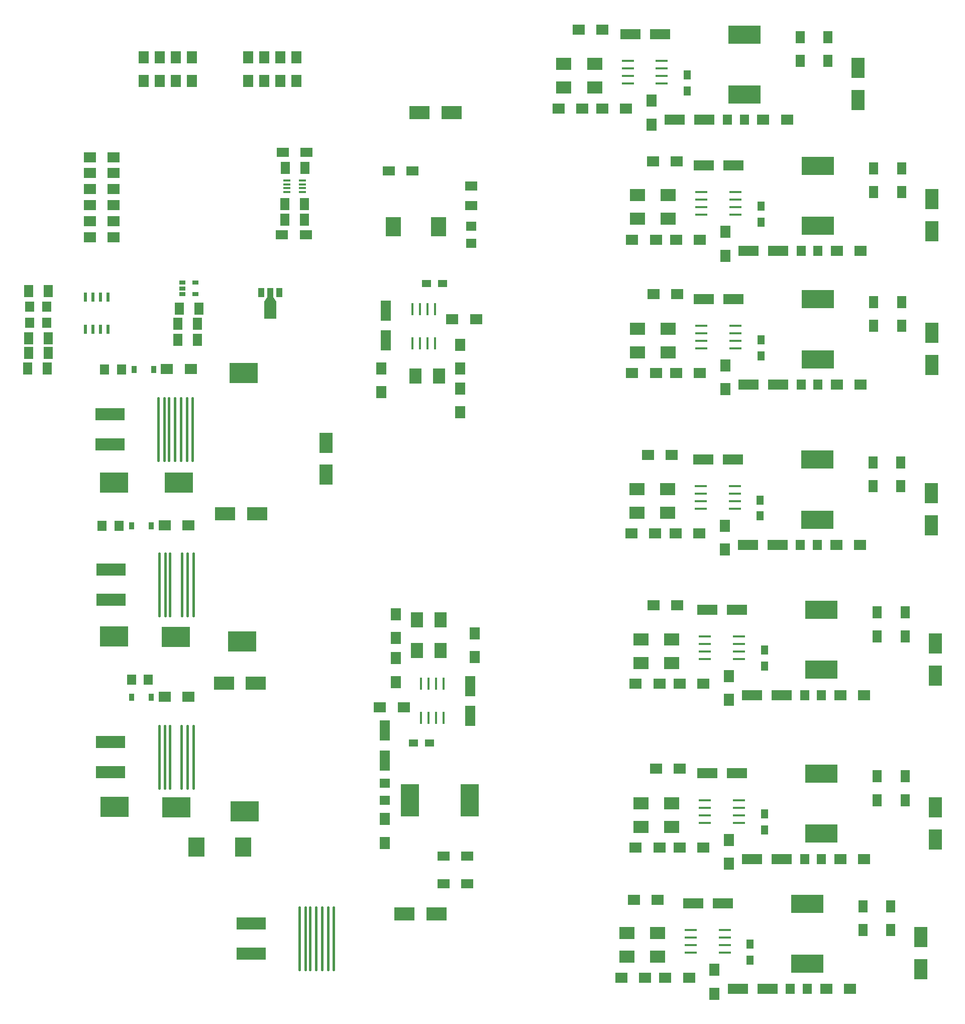
<source format=gbr>
G04 #@! TF.FileFunction,Paste,Top*
%FSLAX46Y46*%
G04 Gerber Fmt 4.6, Leading zero omitted, Abs format (unit mm)*
G04 Created by KiCad (PCBNEW 4.0.4-stable) date Friday, December 09, 2016 'PMt' 01:21:17 PM*
%MOMM*%
%LPD*%
G01*
G04 APERTURE LIST*
%ADD10C,0.100000*%
%ADD11C,0.450000*%
%ADD12R,0.600000X1.550000*%
%ADD13R,1.060000X0.650000*%
%ADD14R,4.700000X3.430000*%
%ADD15R,3.500120X2.301240*%
%ADD16R,1.597660X1.800860*%
%ADD17R,2.000000X1.700000*%
%ADD18R,2.301240X3.500120*%
%ADD19R,2.000000X1.600000*%
%ADD20R,1.800860X1.597660*%
%ADD21R,1.500000X1.300000*%
%ADD22R,1.800860X3.500120*%
%ADD23R,1.700000X2.000000*%
%ADD24R,2.000000X2.500000*%
%ADD25R,3.100000X5.400000*%
%ADD26R,2.500000X2.000000*%
%ADD27R,3.500120X1.800860*%
%ADD28R,1.300000X1.500000*%
%ADD29R,5.400000X3.100000*%
%ADD30R,1.600000X2.000000*%
%ADD31R,1.524000X2.032000*%
%ADD32R,1.000760X1.501140*%
%ADD33R,1.998980X2.999740*%
%ADD34R,1.220000X0.400000*%
%ADD35R,2.500000X3.200000*%
%ADD36R,5.000000X2.032000*%
%ADD37R,0.910000X1.220000*%
%ADD38R,2.032000X1.524000*%
%ADD39R,2.150000X0.450000*%
%ADD40R,0.450000X2.150000*%
%ADD41R,2.700000X3.200000*%
G04 APERTURE END LIST*
D10*
D11*
X27840000Y-123910000D02*
X27840000Y-134410000D01*
X28840000Y-123910000D02*
X28840000Y-134410000D01*
X29840000Y-123910000D02*
X29840000Y-134410000D01*
X25070000Y-123910000D02*
X25070000Y-134410000D01*
X24070000Y-123910000D02*
X24070000Y-134410000D01*
X25850000Y-123910000D02*
X25850000Y-134410000D01*
X27880000Y-94880000D02*
X27880000Y-105380000D01*
X28880000Y-94880000D02*
X28880000Y-105380000D01*
X29880000Y-94880000D02*
X29880000Y-105380000D01*
X25110000Y-94880000D02*
X25110000Y-105380000D01*
X24110000Y-94880000D02*
X24110000Y-105380000D01*
X25890000Y-94880000D02*
X25890000Y-105380000D01*
X27720000Y-68720000D02*
X27720000Y-79220000D01*
X28720000Y-68720000D02*
X28720000Y-79220000D01*
X29720000Y-68720000D02*
X29720000Y-79220000D01*
X24950000Y-68720000D02*
X24950000Y-79220000D01*
X23950000Y-68720000D02*
X23950000Y-79220000D01*
X25730000Y-68720000D02*
X25730000Y-79220000D01*
X26730000Y-68720000D02*
X26730000Y-79220000D01*
X51514000Y-154500000D02*
X51514000Y-165000000D01*
X52514000Y-154500000D02*
X52514000Y-165000000D01*
X53514000Y-154500000D02*
X53514000Y-165000000D01*
X48744000Y-154500000D02*
X48744000Y-165000000D01*
X47744000Y-154500000D02*
X47744000Y-165000000D01*
X49524000Y-154500000D02*
X49524000Y-165000000D01*
X50524000Y-154500000D02*
X50524000Y-165000000D01*
D12*
X15505000Y-51700000D03*
X14235000Y-51700000D03*
X12965000Y-51700000D03*
X11695000Y-51700000D03*
X11695000Y-57100000D03*
X12965000Y-57100000D03*
X14235000Y-57100000D03*
X15505000Y-57100000D03*
D13*
X28000000Y-49250000D03*
X28000000Y-50200000D03*
X28000000Y-51150000D03*
X30200000Y-51150000D03*
X30200000Y-49250000D03*
D14*
X16600000Y-137500000D03*
X27000000Y-137600000D03*
X38500000Y-138300000D03*
D15*
X40400040Y-116700000D03*
X35000000Y-116700000D03*
D16*
X19420140Y-116100000D03*
X22259860Y-116100000D03*
D17*
X29000000Y-119000000D03*
X25000000Y-119000000D03*
D16*
X17719860Y-63900000D03*
X14880140Y-63900000D03*
D17*
X29400000Y-63800000D03*
X25400000Y-63800000D03*
D14*
X38100000Y-109700000D03*
D17*
X29000000Y-90100000D03*
X25000000Y-90100000D03*
D15*
X40600040Y-88200000D03*
X35200000Y-88200000D03*
D14*
X26900000Y-108900000D03*
X16500000Y-108800000D03*
D16*
X17319860Y-90200000D03*
X14480140Y-90200000D03*
D18*
X52200000Y-81600040D03*
X52200000Y-76200000D03*
D14*
X38300000Y-64500000D03*
X27400000Y-82900000D03*
X16500000Y-82900000D03*
D19*
X66800000Y-30400000D03*
X62800000Y-30400000D03*
D20*
X76700000Y-39780140D03*
X76700000Y-42619860D03*
D21*
X71850000Y-49400000D03*
X69150000Y-49400000D03*
D17*
X73500000Y-55400000D03*
X77500000Y-55400000D03*
D22*
X62300000Y-54000640D03*
X62300000Y-58999360D03*
D23*
X74800000Y-59700000D03*
X74800000Y-63700000D03*
D24*
X67300000Y-65000000D03*
X71300000Y-65000000D03*
D23*
X61500000Y-67700000D03*
X61500000Y-63700000D03*
X74800000Y-67100000D03*
X74800000Y-71100000D03*
D15*
X67999980Y-20600000D03*
X73400020Y-20600000D03*
X70800020Y-155600000D03*
X65399980Y-155600000D03*
D19*
X72000000Y-150500000D03*
X76000000Y-150500000D03*
D23*
X77300000Y-108300000D03*
X77300000Y-112300000D03*
D24*
X71500000Y-106000000D03*
X67500000Y-106000000D03*
X71500000Y-111200000D03*
X67500000Y-111200000D03*
D23*
X64000000Y-116500000D03*
X64000000Y-112500000D03*
X64000000Y-109100000D03*
X64000000Y-105100000D03*
D22*
X76500000Y-122199360D03*
X76500000Y-117200640D03*
D17*
X65300000Y-120800000D03*
X61300000Y-120800000D03*
D21*
X66950000Y-126800000D03*
X69650000Y-126800000D03*
D22*
X62100000Y-129699360D03*
X62100000Y-124700640D03*
D19*
X72000000Y-145800000D03*
X76000000Y-145800000D03*
D25*
X76450000Y-136400000D03*
X66350000Y-136400000D03*
D20*
X62100000Y-136419860D03*
X62100000Y-133580140D03*
D23*
X62100000Y-143600000D03*
X62100000Y-139600000D03*
D17*
X113400000Y-166300000D03*
X109400000Y-166300000D03*
D26*
X108100000Y-158800000D03*
X108100000Y-162800000D03*
X102900000Y-158800000D03*
X102900000Y-162800000D03*
D17*
X106000000Y-166300000D03*
X102000000Y-166300000D03*
D27*
X126599360Y-168200000D03*
X121600640Y-168200000D03*
D23*
X117700000Y-165000000D03*
X117700000Y-169000000D03*
D28*
X123700000Y-163350000D03*
X123700000Y-160650000D03*
D27*
X119099360Y-153800000D03*
X114100640Y-153800000D03*
D17*
X104100000Y-153200000D03*
X108100000Y-153200000D03*
X140500000Y-168200000D03*
X136500000Y-168200000D03*
D18*
X152500000Y-159499980D03*
X152500000Y-164900020D03*
D29*
X133300000Y-153850000D03*
X133300000Y-163950000D03*
D16*
X133319860Y-168200000D03*
X130480140Y-168200000D03*
D30*
X142700000Y-158300000D03*
X142700000Y-154300000D03*
X147400000Y-158300000D03*
X147400000Y-154300000D03*
D26*
X105300000Y-136900000D03*
X105300000Y-140900000D03*
D17*
X115800000Y-144400000D03*
X111800000Y-144400000D03*
D27*
X121499360Y-131900000D03*
X116500640Y-131900000D03*
D23*
X120100000Y-143100000D03*
X120100000Y-147100000D03*
D17*
X108400000Y-144400000D03*
X104400000Y-144400000D03*
D26*
X110500000Y-136900000D03*
X110500000Y-140900000D03*
D17*
X107800000Y-131100000D03*
X111800000Y-131100000D03*
D27*
X128999360Y-146300000D03*
X124000640Y-146300000D03*
D28*
X126100000Y-141450000D03*
X126100000Y-138750000D03*
D16*
X135719860Y-146300000D03*
X132880140Y-146300000D03*
D17*
X142900000Y-146300000D03*
X138900000Y-146300000D03*
D29*
X135700000Y-131950000D03*
X135700000Y-142050000D03*
D18*
X154900000Y-137599980D03*
X154900000Y-143000020D03*
D30*
X145100000Y-136400000D03*
X145100000Y-132400000D03*
X149800000Y-136400000D03*
X149800000Y-132400000D03*
X149800000Y-108800000D03*
X149800000Y-104800000D03*
X145100000Y-108800000D03*
X145100000Y-104800000D03*
D18*
X154900000Y-109999980D03*
X154900000Y-115400020D03*
D17*
X142900000Y-118700000D03*
X138900000Y-118700000D03*
D16*
X135719860Y-118700000D03*
X132880140Y-118700000D03*
D28*
X126100000Y-113850000D03*
X126100000Y-111150000D03*
D29*
X135700000Y-104350000D03*
X135700000Y-114450000D03*
D27*
X128999360Y-118700000D03*
X124000640Y-118700000D03*
D26*
X110500000Y-109300000D03*
X110500000Y-113300000D03*
D17*
X108400000Y-116800000D03*
X104400000Y-116800000D03*
D23*
X120100000Y-115500000D03*
X120100000Y-119500000D03*
D27*
X121499360Y-104300000D03*
X116500640Y-104300000D03*
D17*
X115800000Y-116800000D03*
X111800000Y-116800000D03*
X107400000Y-103600000D03*
X111400000Y-103600000D03*
D26*
X105300000Y-109300000D03*
X105300000Y-113300000D03*
D30*
X149100000Y-83500000D03*
X149100000Y-79500000D03*
X144400000Y-83500000D03*
X144400000Y-79500000D03*
D17*
X142200000Y-93400000D03*
X138200000Y-93400000D03*
D27*
X128299360Y-93400000D03*
X123300640Y-93400000D03*
D28*
X125400000Y-88550000D03*
X125400000Y-85850000D03*
D16*
X135019860Y-93400000D03*
X132180140Y-93400000D03*
D29*
X135000000Y-79050000D03*
X135000000Y-89150000D03*
D26*
X109800000Y-84000000D03*
X109800000Y-88000000D03*
D23*
X119400000Y-90200000D03*
X119400000Y-94200000D03*
D27*
X120799360Y-79000000D03*
X115800640Y-79000000D03*
D17*
X106500000Y-78300000D03*
X110500000Y-78300000D03*
X115100000Y-91500000D03*
X111100000Y-91500000D03*
D18*
X154200000Y-84699980D03*
X154200000Y-90100020D03*
D17*
X107700000Y-91500000D03*
X103700000Y-91500000D03*
D26*
X104600000Y-84000000D03*
X104600000Y-88000000D03*
D17*
X142300000Y-66400000D03*
X138300000Y-66400000D03*
D30*
X149200000Y-56500000D03*
X149200000Y-52500000D03*
D18*
X154300000Y-57699980D03*
X154300000Y-63100020D03*
D30*
X144500000Y-56500000D03*
X144500000Y-52500000D03*
D28*
X125500000Y-61550000D03*
X125500000Y-58850000D03*
D29*
X135100000Y-52050000D03*
X135100000Y-62150000D03*
D27*
X128399360Y-66400000D03*
X123400640Y-66400000D03*
X120899360Y-52000000D03*
X115900640Y-52000000D03*
D23*
X119500000Y-63200000D03*
X119500000Y-67200000D03*
D16*
X135119860Y-66400000D03*
X132280140Y-66400000D03*
D17*
X107400000Y-51200000D03*
X111400000Y-51200000D03*
X115200000Y-64500000D03*
X111200000Y-64500000D03*
D26*
X104700000Y-57000000D03*
X104700000Y-61000000D03*
D17*
X107800000Y-64500000D03*
X103800000Y-64500000D03*
D26*
X109900000Y-57000000D03*
X109900000Y-61000000D03*
D17*
X107800000Y-42000000D03*
X103800000Y-42000000D03*
D26*
X104700000Y-34500000D03*
X104700000Y-38500000D03*
D17*
X115200000Y-42000000D03*
X111200000Y-42000000D03*
D26*
X109900000Y-34500000D03*
X109900000Y-38500000D03*
D17*
X107300000Y-28800000D03*
X111300000Y-28800000D03*
D18*
X154300000Y-35199980D03*
X154300000Y-40600020D03*
D30*
X149200000Y-34000000D03*
X149200000Y-30000000D03*
X144500000Y-34000000D03*
X144500000Y-30000000D03*
D17*
X142300000Y-43900000D03*
X138300000Y-43900000D03*
D29*
X135100000Y-29550000D03*
X135100000Y-39650000D03*
D16*
X135119860Y-43900000D03*
X132280140Y-43900000D03*
D23*
X119500000Y-40700000D03*
X119500000Y-44700000D03*
D27*
X120899360Y-29500000D03*
X115900640Y-29500000D03*
X128399360Y-43900000D03*
X123400640Y-43900000D03*
D28*
X125500000Y-39050000D03*
X125500000Y-36350000D03*
D23*
X107100000Y-18600000D03*
X107100000Y-22600000D03*
D27*
X115999360Y-21800000D03*
X111000640Y-21800000D03*
X108499360Y-7400000D03*
X103500640Y-7400000D03*
D29*
X122700000Y-7450000D03*
X122700000Y-17550000D03*
D16*
X122719860Y-21800000D03*
X119880140Y-21800000D03*
D28*
X113100000Y-16950000D03*
X113100000Y-14250000D03*
D17*
X129900000Y-21800000D03*
X125900000Y-21800000D03*
D30*
X132100000Y-11900000D03*
X132100000Y-7900000D03*
D18*
X141900000Y-13099980D03*
X141900000Y-18500020D03*
D30*
X136800000Y-11900000D03*
X136800000Y-7900000D03*
D17*
X94800000Y-6600000D03*
X98800000Y-6600000D03*
X102800000Y-19900000D03*
X98800000Y-19900000D03*
D26*
X97500000Y-12400000D03*
X97500000Y-16400000D03*
X92300000Y-12400000D03*
X92300000Y-16400000D03*
D17*
X95400000Y-19900000D03*
X91400000Y-19900000D03*
D31*
X45349000Y-29900000D03*
X48651000Y-29900000D03*
D16*
X5119860Y-56000000D03*
X2280140Y-56000000D03*
X5100000Y-53300000D03*
X2260280Y-53300000D03*
D23*
X47200000Y-15300000D03*
X47200000Y-11300000D03*
X44500000Y-15300000D03*
X44500000Y-11300000D03*
X41800000Y-15300000D03*
X41800000Y-11300000D03*
X39100000Y-15300000D03*
X39100000Y-11300000D03*
D17*
X16400000Y-28100000D03*
X12400000Y-28100000D03*
X16400000Y-33500000D03*
X12400000Y-33500000D03*
X16400000Y-36200000D03*
X12400000Y-36200000D03*
X16400000Y-38900000D03*
X12400000Y-38900000D03*
X16400000Y-41600000D03*
X12400000Y-41600000D03*
D23*
X29600000Y-15300000D03*
X29600000Y-11300000D03*
X26900000Y-15300000D03*
X26900000Y-11300000D03*
X24200000Y-15300000D03*
X24200000Y-11300000D03*
X21500000Y-15300000D03*
X21500000Y-11300000D03*
D31*
X30551000Y-56200000D03*
X27249000Y-56200000D03*
X27449000Y-53600000D03*
X30751000Y-53600000D03*
X45298000Y-38600000D03*
X48600000Y-38600000D03*
X30551000Y-58900000D03*
X27249000Y-58900000D03*
X2100000Y-58600000D03*
X5402000Y-58600000D03*
D32*
X44301140Y-50948340D03*
X42800000Y-50948340D03*
X41298860Y-50948340D03*
D33*
X42800000Y-53899820D03*
D10*
G36*
X41799240Y-52425350D02*
X42299620Y-51676050D01*
X43300380Y-51676050D01*
X43800760Y-52425350D01*
X41799240Y-52425350D01*
X41799240Y-52425350D01*
G37*
D19*
X44800000Y-41200000D03*
X48800000Y-41200000D03*
X48900000Y-27300000D03*
X44900000Y-27300000D03*
D31*
X45298000Y-36000000D03*
X48600000Y-36000000D03*
D34*
X45590000Y-33325000D03*
X45590000Y-32675000D03*
X45590000Y-32025000D03*
X45590000Y-33975000D03*
X48210000Y-32025000D03*
X48210000Y-32675000D03*
X48210000Y-33325000D03*
X48210000Y-33975000D03*
D31*
X2100000Y-61100000D03*
X5402000Y-61100000D03*
X5202000Y-63700000D03*
X1900000Y-63700000D03*
X2098000Y-50700000D03*
X5400000Y-50700000D03*
D17*
X16400000Y-30800000D03*
X12400000Y-30800000D03*
D35*
X63600000Y-39800000D03*
X71200000Y-39800000D03*
D36*
X15925000Y-126620000D03*
X15925000Y-131700000D03*
X15965000Y-97590000D03*
X15965000Y-102670000D03*
D37*
X22735000Y-119100000D03*
X19465000Y-119100000D03*
D36*
X15805000Y-71430000D03*
X15805000Y-76510000D03*
D37*
X23135000Y-63900000D03*
X19865000Y-63900000D03*
X22735000Y-90200000D03*
X19465000Y-90200000D03*
D38*
X76700000Y-32949000D03*
X76700000Y-36251000D03*
D39*
X103062500Y-11895000D03*
X103062500Y-13165000D03*
X103062500Y-14435000D03*
X103062500Y-15705000D03*
X108812500Y-15705000D03*
X108812500Y-14435000D03*
X108812500Y-13165000D03*
X108812500Y-11895000D03*
D40*
X66795000Y-59437500D03*
X68065000Y-59437500D03*
X69335000Y-59437500D03*
X70605000Y-59437500D03*
X70605000Y-53687500D03*
X69335000Y-53687500D03*
X68065000Y-53687500D03*
X66795000Y-53687500D03*
D39*
X115462500Y-33995000D03*
X115462500Y-35265000D03*
X115462500Y-36535000D03*
X115462500Y-37805000D03*
X121212500Y-37805000D03*
X121212500Y-36535000D03*
X121212500Y-35265000D03*
X121212500Y-33995000D03*
X115462500Y-56495000D03*
X115462500Y-57765000D03*
X115462500Y-59035000D03*
X115462500Y-60305000D03*
X121212500Y-60305000D03*
X121212500Y-59035000D03*
X121212500Y-57765000D03*
X121212500Y-56495000D03*
X115362500Y-83495000D03*
X115362500Y-84765000D03*
X115362500Y-86035000D03*
X115362500Y-87305000D03*
X121112500Y-87305000D03*
X121112500Y-86035000D03*
X121112500Y-84765000D03*
X121112500Y-83495000D03*
X116062500Y-108795000D03*
X116062500Y-110065000D03*
X116062500Y-111335000D03*
X116062500Y-112605000D03*
X121812500Y-112605000D03*
X121812500Y-111335000D03*
X121812500Y-110065000D03*
X121812500Y-108795000D03*
X116062500Y-136395000D03*
X116062500Y-137665000D03*
X116062500Y-138935000D03*
X116062500Y-140205000D03*
X121812500Y-140205000D03*
X121812500Y-138935000D03*
X121812500Y-137665000D03*
X121812500Y-136395000D03*
X113662500Y-158295000D03*
X113662500Y-159565000D03*
X113662500Y-160835000D03*
X113662500Y-162105000D03*
X119412500Y-162105000D03*
X119412500Y-160835000D03*
X119412500Y-159565000D03*
X119412500Y-158295000D03*
D40*
X72005000Y-116762500D03*
X70735000Y-116762500D03*
X69465000Y-116762500D03*
X68195000Y-116762500D03*
X68195000Y-122512500D03*
X69465000Y-122512500D03*
X70735000Y-122512500D03*
X72005000Y-122512500D03*
D36*
X39599000Y-157210000D03*
X39599000Y-162290000D03*
D41*
X30340000Y-144272000D03*
X38240000Y-144272000D03*
M02*

</source>
